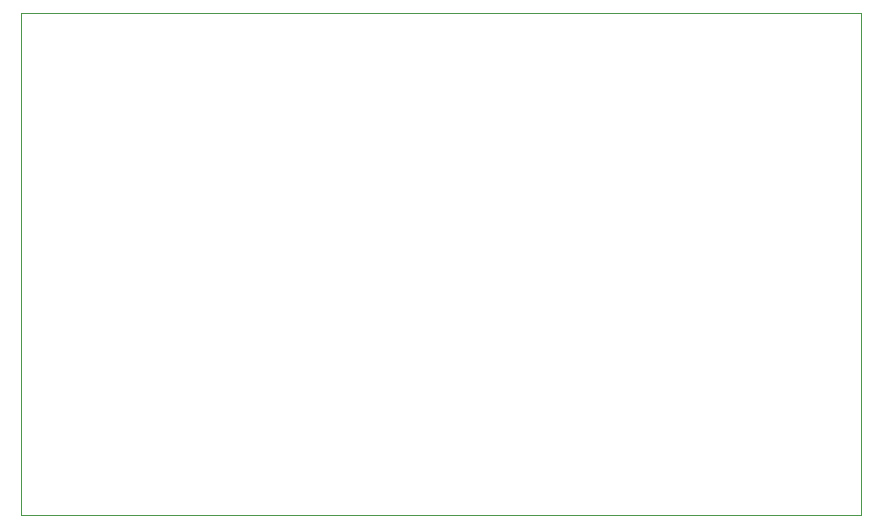
<source format=gbr>
%TF.GenerationSoftware,KiCad,Pcbnew,(5.1.8)-1*%
%TF.CreationDate,2024-03-21T22:45:28+03:00*%
%TF.ProjectId,Reg,5265672e-6b69-4636-9164-5f7063625858,rev?*%
%TF.SameCoordinates,Original*%
%TF.FileFunction,Profile,NP*%
%FSLAX46Y46*%
G04 Gerber Fmt 4.6, Leading zero omitted, Abs format (unit mm)*
G04 Created by KiCad (PCBNEW (5.1.8)-1) date 2024-03-21 22:45:28*
%MOMM*%
%LPD*%
G01*
G04 APERTURE LIST*
%TA.AperFunction,Profile*%
%ADD10C,0.050000*%
%TD*%
G04 APERTURE END LIST*
D10*
X50800000Y-13970000D02*
X50800000Y-56515000D01*
X121920000Y-13970000D02*
X50800000Y-13970000D01*
X121920000Y-56515000D02*
X121920000Y-13970000D01*
X50800000Y-56515000D02*
X121920000Y-56515000D01*
M02*

</source>
